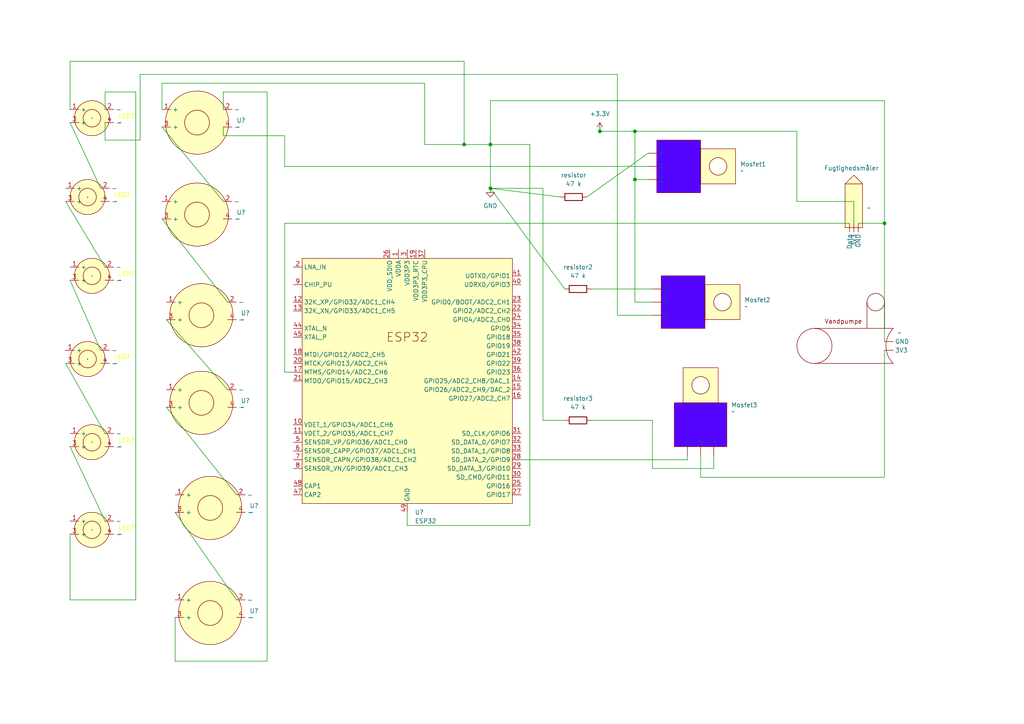
<source format=kicad_sch>
(kicad_sch
	(version 20231120)
	(generator "eeschema")
	(generator_version "8.0")
	(uuid "2b0aa975-61eb-47f5-a3b6-f71b4626bea2")
	(paper "A4")
	(lib_symbols
		(symbol "Device:R"
			(pin_numbers hide)
			(pin_names
				(offset 0)
			)
			(exclude_from_sim no)
			(in_bom yes)
			(on_board yes)
			(property "Reference" "R"
				(at 2.032 0 90)
				(effects
					(font
						(size 1.27 1.27)
					)
				)
			)
			(property "Value" "R"
				(at 0 0 90)
				(effects
					(font
						(size 1.27 1.27)
					)
				)
			)
			(property "Footprint" ""
				(at -1.778 0 90)
				(effects
					(font
						(size 1.27 1.27)
					)
					(hide yes)
				)
			)
			(property "Datasheet" "~"
				(at 0 0 0)
				(effects
					(font
						(size 1.27 1.27)
					)
					(hide yes)
				)
			)
			(property "Description" "Resistor"
				(at 0 0 0)
				(effects
					(font
						(size 1.27 1.27)
					)
					(hide yes)
				)
			)
			(property "ki_keywords" "R res resistor"
				(at 0 0 0)
				(effects
					(font
						(size 1.27 1.27)
					)
					(hide yes)
				)
			)
			(property "ki_fp_filters" "R_*"
				(at 0 0 0)
				(effects
					(font
						(size 1.27 1.27)
					)
					(hide yes)
				)
			)
			(symbol "R_0_1"
				(rectangle
					(start -1.016 -2.54)
					(end 1.016 2.54)
					(stroke
						(width 0.254)
						(type default)
					)
					(fill
						(type none)
					)
				)
			)
			(symbol "R_1_1"
				(pin passive line
					(at 0 3.81 270)
					(length 1.27)
					(name "~"
						(effects
							(font
								(size 1.27 1.27)
							)
						)
					)
					(number "1"
						(effects
							(font
								(size 1.27 1.27)
							)
						)
					)
				)
				(pin passive line
					(at 0 -3.81 90)
					(length 1.27)
					(name "~"
						(effects
							(font
								(size 1.27 1.27)
							)
						)
					)
					(number "2"
						(effects
							(font
								(size 1.27 1.27)
							)
						)
					)
				)
			)
		)
		(symbol "Symbols:ESP32"
			(exclude_from_sim no)
			(in_bom yes)
			(on_board yes)
			(property "Reference" "U"
				(at -30.48 40.64 0)
				(effects
					(font
						(size 1.27 1.27)
					)
					(justify left)
				)
			)
			(property "Value" "ESP32"
				(at -30.48 38.1 0)
				(effects
					(font
						(size 1.27 1.27)
					)
					(justify left)
				)
			)
			(property "Footprint" "Package_DFN_QFN:QFN-48-1EP_6x6mm_P0.4mm_EP4.3x4.3mm"
				(at 0 -48.26 0)
				(effects
					(font
						(size 1.27 1.27)
					)
					(hide yes)
				)
			)
			(property "Datasheet" "https://www.espressif.com/sites/default/files/documentation/esp32_datasheet_en.pdf"
				(at 0 -50.8 0)
				(effects
					(font
						(size 1.27 1.27)
					)
					(hide yes)
				)
			)
			(property "Description" "ESP32 is a single 2.4 GHz Wi-Fi-and-Bluetooth combo chip designed with the TSMC ultra-low-power 40 nmtechnology."
				(at 0 0 0)
				(effects
					(font
						(size 1.27 1.27)
					)
					(hide yes)
				)
			)
			(property "ki_keywords" "esp32 soc wifi bluetooth ethernet"
				(at 0 0 0)
				(effects
					(font
						(size 1.27 1.27)
					)
					(hide yes)
				)
			)
			(symbol "ESP32_0_0"
				(text "ESP32"
					(at 0 12.7 0)
					(effects
						(font
							(size 2.54 2.54)
						)
					)
				)
			)
			(symbol "ESP32_0_1"
				(rectangle
					(start -30.48 35.56)
					(end 30.48 -35.56)
					(stroke
						(width 0)
						(type default)
					)
					(fill
						(type background)
					)
				)
			)
			(symbol "ESP32_1_1"
				(pin power_in line
					(at -2.54 38.1 270)
					(length 2.54)
					(name "VDDA"
						(effects
							(font
								(size 1.27 1.27)
							)
						)
					)
					(number "1"
						(effects
							(font
								(size 1.27 1.27)
							)
						)
					)
				)
				(pin input line
					(at -33.02 -12.7 0)
					(length 2.54)
					(name "VDET_1/GPIO34/ADC1_CH6"
						(effects
							(font
								(size 1.27 1.27)
							)
						)
					)
					(number "10"
						(effects
							(font
								(size 1.27 1.27)
							)
						)
					)
				)
				(pin input line
					(at -33.02 -15.24 0)
					(length 2.54)
					(name "VDET_2/GPIO35/ADC1_CH7"
						(effects
							(font
								(size 1.27 1.27)
							)
						)
					)
					(number "11"
						(effects
							(font
								(size 1.27 1.27)
							)
						)
					)
				)
				(pin bidirectional line
					(at -33.02 22.86 0)
					(length 2.54)
					(name "32K_XP/GPIO32/ADC1_CH4"
						(effects
							(font
								(size 1.27 1.27)
							)
						)
					)
					(number "12"
						(effects
							(font
								(size 1.27 1.27)
							)
						)
					)
				)
				(pin bidirectional line
					(at -33.02 20.32 0)
					(length 2.54)
					(name "32K_XN/GPIO33/ADC1_CH5"
						(effects
							(font
								(size 1.27 1.27)
							)
						)
					)
					(number "13"
						(effects
							(font
								(size 1.27 1.27)
							)
						)
					)
				)
				(pin bidirectional line
					(at 33.02 0 180)
					(length 2.54)
					(name "GPIO25/ADC2_CH8/DAC_1"
						(effects
							(font
								(size 1.27 1.27)
							)
						)
					)
					(number "14"
						(effects
							(font
								(size 1.27 1.27)
							)
						)
					)
				)
				(pin bidirectional line
					(at 33.02 -2.54 180)
					(length 2.54)
					(name "GPIO26/ADC2_CH9/DAC_2"
						(effects
							(font
								(size 1.27 1.27)
							)
						)
					)
					(number "15"
						(effects
							(font
								(size 1.27 1.27)
							)
						)
					)
				)
				(pin bidirectional line
					(at 33.02 -5.08 180)
					(length 2.54)
					(name "GPIO27/ADC2_CH7"
						(effects
							(font
								(size 1.27 1.27)
							)
						)
					)
					(number "16"
						(effects
							(font
								(size 1.27 1.27)
							)
						)
					)
				)
				(pin bidirectional line
					(at -33.02 2.54 0)
					(length 2.54)
					(name "MTMS/GPIO14/ADC2_CH6"
						(effects
							(font
								(size 1.27 1.27)
							)
						)
					)
					(number "17"
						(effects
							(font
								(size 1.27 1.27)
							)
						)
					)
				)
				(pin bidirectional line
					(at -33.02 7.62 0)
					(length 2.54)
					(name "MTDI/GPIO12/ADC2_CH5"
						(effects
							(font
								(size 1.27 1.27)
							)
						)
					)
					(number "18"
						(effects
							(font
								(size 1.27 1.27)
							)
						)
					)
				)
				(pin power_in line
					(at 2.54 38.1 270)
					(length 2.54)
					(name "VDD3P3_RTC"
						(effects
							(font
								(size 1.27 1.27)
							)
						)
					)
					(number "19"
						(effects
							(font
								(size 1.27 1.27)
							)
						)
					)
				)
				(pin bidirectional line
					(at -33.02 33.02 0)
					(length 2.54)
					(name "LNA_IN"
						(effects
							(font
								(size 1.27 1.27)
							)
						)
					)
					(number "2"
						(effects
							(font
								(size 1.27 1.27)
							)
						)
					)
				)
				(pin bidirectional line
					(at -33.02 5.08 0)
					(length 2.54)
					(name "MTCK/GPIO13/ADC2_CH4"
						(effects
							(font
								(size 1.27 1.27)
							)
						)
					)
					(number "20"
						(effects
							(font
								(size 1.27 1.27)
							)
						)
					)
				)
				(pin bidirectional line
					(at -33.02 0 0)
					(length 2.54)
					(name "MTDO/GPIO15/ADC2_CH3"
						(effects
							(font
								(size 1.27 1.27)
							)
						)
					)
					(number "21"
						(effects
							(font
								(size 1.27 1.27)
							)
						)
					)
				)
				(pin bidirectional line
					(at 33.02 20.32 180)
					(length 2.54)
					(name "GPIO2/ADC2_CH2"
						(effects
							(font
								(size 1.27 1.27)
							)
						)
					)
					(number "22"
						(effects
							(font
								(size 1.27 1.27)
							)
						)
					)
				)
				(pin bidirectional line
					(at 33.02 22.86 180)
					(length 2.54)
					(name "GPIO0/BOOT/ADC2_CH1"
						(effects
							(font
								(size 1.27 1.27)
							)
						)
					)
					(number "23"
						(effects
							(font
								(size 1.27 1.27)
							)
						)
					)
				)
				(pin bidirectional line
					(at 33.02 17.78 180)
					(length 2.54)
					(name "GPIO4/ADC2_CH0"
						(effects
							(font
								(size 1.27 1.27)
							)
						)
					)
					(number "24"
						(effects
							(font
								(size 1.27 1.27)
							)
						)
					)
				)
				(pin bidirectional line
					(at 33.02 -30.48 180)
					(length 2.54)
					(name "GPIO16"
						(effects
							(font
								(size 1.27 1.27)
							)
						)
					)
					(number "25"
						(effects
							(font
								(size 1.27 1.27)
							)
						)
					)
				)
				(pin power_out line
					(at -5.08 38.1 270)
					(length 2.54)
					(name "VDD_SDIO"
						(effects
							(font
								(size 1.27 1.27)
							)
						)
					)
					(number "26"
						(effects
							(font
								(size 1.27 1.27)
							)
						)
					)
				)
				(pin bidirectional line
					(at 33.02 -33.02 180)
					(length 2.54)
					(name "GPIO17"
						(effects
							(font
								(size 1.27 1.27)
							)
						)
					)
					(number "27"
						(effects
							(font
								(size 1.27 1.27)
							)
						)
					)
				)
				(pin bidirectional line
					(at 33.02 -22.86 180)
					(length 2.54)
					(name "SD_DATA_2/GPIO9"
						(effects
							(font
								(size 1.27 1.27)
							)
						)
					)
					(number "28"
						(effects
							(font
								(size 1.27 1.27)
							)
						)
					)
				)
				(pin bidirectional line
					(at 33.02 -25.4 180)
					(length 2.54)
					(name "SD_DATA_3/GPIO10"
						(effects
							(font
								(size 1.27 1.27)
							)
						)
					)
					(number "29"
						(effects
							(font
								(size 1.27 1.27)
							)
						)
					)
				)
				(pin power_in line
					(at 0 38.1 270)
					(length 2.54)
					(name "VDD3P3"
						(effects
							(font
								(size 1.27 1.27)
							)
						)
					)
					(number "3"
						(effects
							(font
								(size 1.27 1.27)
							)
						)
					)
				)
				(pin bidirectional line
					(at 33.02 -27.94 180)
					(length 2.54)
					(name "SD_CMD/GPIO11"
						(effects
							(font
								(size 1.27 1.27)
							)
						)
					)
					(number "30"
						(effects
							(font
								(size 1.27 1.27)
							)
						)
					)
				)
				(pin bidirectional line
					(at 33.02 -15.24 180)
					(length 2.54)
					(name "SD_CLK/GPIO6"
						(effects
							(font
								(size 1.27 1.27)
							)
						)
					)
					(number "31"
						(effects
							(font
								(size 1.27 1.27)
							)
						)
					)
				)
				(pin bidirectional line
					(at 33.02 -17.78 180)
					(length 2.54)
					(name "SD_DATA_0/GPIO7"
						(effects
							(font
								(size 1.27 1.27)
							)
						)
					)
					(number "32"
						(effects
							(font
								(size 1.27 1.27)
							)
						)
					)
				)
				(pin bidirectional line
					(at 33.02 -20.32 180)
					(length 2.54)
					(name "SD_DATA_1/GPIO8"
						(effects
							(font
								(size 1.27 1.27)
							)
						)
					)
					(number "33"
						(effects
							(font
								(size 1.27 1.27)
							)
						)
					)
				)
				(pin bidirectional line
					(at 33.02 15.24 180)
					(length 2.54)
					(name "GPIO5"
						(effects
							(font
								(size 1.27 1.27)
							)
						)
					)
					(number "34"
						(effects
							(font
								(size 1.27 1.27)
							)
						)
					)
				)
				(pin bidirectional line
					(at 33.02 12.7 180)
					(length 2.54)
					(name "GPIO18"
						(effects
							(font
								(size 1.27 1.27)
							)
						)
					)
					(number "35"
						(effects
							(font
								(size 1.27 1.27)
							)
						)
					)
				)
				(pin bidirectional line
					(at 33.02 2.54 180)
					(length 2.54)
					(name "GPIO23"
						(effects
							(font
								(size 1.27 1.27)
							)
						)
					)
					(number "36"
						(effects
							(font
								(size 1.27 1.27)
							)
						)
					)
				)
				(pin power_in line
					(at 5.08 38.1 270)
					(length 2.54)
					(name "VDD3P3_CPU"
						(effects
							(font
								(size 1.27 1.27)
							)
						)
					)
					(number "37"
						(effects
							(font
								(size 1.27 1.27)
							)
						)
					)
				)
				(pin bidirectional line
					(at 33.02 10.16 180)
					(length 2.54)
					(name "GPIO19"
						(effects
							(font
								(size 1.27 1.27)
							)
						)
					)
					(number "38"
						(effects
							(font
								(size 1.27 1.27)
							)
						)
					)
				)
				(pin bidirectional line
					(at 33.02 5.08 180)
					(length 2.54)
					(name "GPIO22"
						(effects
							(font
								(size 1.27 1.27)
							)
						)
					)
					(number "39"
						(effects
							(font
								(size 1.27 1.27)
							)
						)
					)
				)
				(pin passive line
					(at 0 38.1 270)
					(length 2.54) hide
					(name "VDD3P3"
						(effects
							(font
								(size 1.27 1.27)
							)
						)
					)
					(number "4"
						(effects
							(font
								(size 1.27 1.27)
							)
						)
					)
				)
				(pin bidirectional line
					(at 33.02 27.94 180)
					(length 2.54)
					(name "U0RXD/GPIO3"
						(effects
							(font
								(size 1.27 1.27)
							)
						)
					)
					(number "40"
						(effects
							(font
								(size 1.27 1.27)
							)
						)
					)
				)
				(pin bidirectional line
					(at 33.02 30.48 180)
					(length 2.54)
					(name "U0TXD/GPIO1"
						(effects
							(font
								(size 1.27 1.27)
							)
						)
					)
					(number "41"
						(effects
							(font
								(size 1.27 1.27)
							)
						)
					)
				)
				(pin bidirectional line
					(at 33.02 7.62 180)
					(length 2.54)
					(name "GPIO21"
						(effects
							(font
								(size 1.27 1.27)
							)
						)
					)
					(number "42"
						(effects
							(font
								(size 1.27 1.27)
							)
						)
					)
				)
				(pin passive line
					(at -2.54 38.1 270)
					(length 2.54) hide
					(name "VDDA"
						(effects
							(font
								(size 1.27 1.27)
							)
						)
					)
					(number "43"
						(effects
							(font
								(size 1.27 1.27)
							)
						)
					)
				)
				(pin output line
					(at -33.02 15.24 0)
					(length 2.54)
					(name "XTAL_N"
						(effects
							(font
								(size 1.27 1.27)
							)
						)
					)
					(number "44"
						(effects
							(font
								(size 1.27 1.27)
							)
						)
					)
				)
				(pin input line
					(at -33.02 12.7 0)
					(length 2.54)
					(name "XTAL_P"
						(effects
							(font
								(size 1.27 1.27)
							)
						)
					)
					(number "45"
						(effects
							(font
								(size 1.27 1.27)
							)
						)
					)
				)
				(pin passive line
					(at -2.54 38.1 270)
					(length 2.54) hide
					(name "VDDA"
						(effects
							(font
								(size 1.27 1.27)
							)
						)
					)
					(number "46"
						(effects
							(font
								(size 1.27 1.27)
							)
						)
					)
				)
				(pin input line
					(at -33.02 -33.02 0)
					(length 2.54)
					(name "CAP2"
						(effects
							(font
								(size 1.27 1.27)
							)
						)
					)
					(number "47"
						(effects
							(font
								(size 1.27 1.27)
							)
						)
					)
				)
				(pin input line
					(at -33.02 -30.48 0)
					(length 2.54)
					(name "CAP1"
						(effects
							(font
								(size 1.27 1.27)
							)
						)
					)
					(number "48"
						(effects
							(font
								(size 1.27 1.27)
							)
						)
					)
				)
				(pin power_in line
					(at 0 -38.1 90)
					(length 2.54)
					(name "GND"
						(effects
							(font
								(size 1.27 1.27)
							)
						)
					)
					(number "49"
						(effects
							(font
								(size 1.27 1.27)
							)
						)
					)
				)
				(pin input line
					(at -33.02 -17.78 0)
					(length 2.54)
					(name "SENSOR_VP/GPIO36/ADC1_CH0"
						(effects
							(font
								(size 1.27 1.27)
							)
						)
					)
					(number "5"
						(effects
							(font
								(size 1.27 1.27)
							)
						)
					)
				)
				(pin input line
					(at -33.02 -20.32 0)
					(length 2.54)
					(name "SENSOR_CAPP/GPIO37/ADC1_CH1"
						(effects
							(font
								(size 1.27 1.27)
							)
						)
					)
					(number "6"
						(effects
							(font
								(size 1.27 1.27)
							)
						)
					)
				)
				(pin input line
					(at -33.02 -22.86 0)
					(length 2.54)
					(name "SENSOR_CAPN/GPIO38/ADC1_CH2"
						(effects
							(font
								(size 1.27 1.27)
							)
						)
					)
					(number "7"
						(effects
							(font
								(size 1.27 1.27)
							)
						)
					)
				)
				(pin input line
					(at -33.02 -25.4 0)
					(length 2.54)
					(name "SENSOR_VN/GPIO39/ADC1_CH3"
						(effects
							(font
								(size 1.27 1.27)
							)
						)
					)
					(number "8"
						(effects
							(font
								(size 1.27 1.27)
							)
						)
					)
				)
				(pin input line
					(at -33.02 27.94 0)
					(length 2.54)
					(name "CHIP_PU"
						(effects
							(font
								(size 1.27 1.27)
							)
						)
					)
					(number "9"
						(effects
							(font
								(size 1.27 1.27)
							)
						)
					)
				)
			)
		)
		(symbol "Væksthus-symbols:Blue_LED"
			(exclude_from_sim no)
			(in_bom yes)
			(on_board yes)
			(property "Reference" "U"
				(at 0 0 0)
				(effects
					(font
						(size 1.27 1.27)
					)
				)
			)
			(property "Value" ""
				(at 0 0 0)
				(effects
					(font
						(size 1.27 1.27)
					)
				)
			)
			(property "Footprint" ""
				(at 0 0 0)
				(effects
					(font
						(size 1.27 1.27)
					)
					(hide yes)
				)
			)
			(property "Datasheet" ""
				(at 0 0 0)
				(effects
					(font
						(size 1.27 1.27)
					)
					(hide yes)
				)
			)
			(property "Description" ""
				(at 0 0 0)
				(effects
					(font
						(size 1.27 1.27)
					)
					(hide yes)
				)
			)
			(symbol "Blue_LED_1_1"
				(circle
					(center 0 -2.54)
					(radius 3.5921)
					(stroke
						(width 0)
						(type default)
					)
					(fill
						(type color)
						(color 10 12 255 1)
					)
				)
				(circle
					(center 0 -2.54)
					(radius 9.1581)
					(stroke
						(width 0)
						(type default)
					)
					(fill
						(type background)
					)
				)
				(pin output line
					(at -10.16 1.27 0)
					(length 2.54)
					(name "+"
						(effects
							(font
								(size 1.27 1.27)
							)
						)
					)
					(number "1"
						(effects
							(font
								(size 1.27 1.27)
							)
						)
					)
				)
				(pin input line
					(at 7.62 1.27 0)
					(length 2.54)
					(name "-"
						(effects
							(font
								(size 1.27 1.27)
							)
						)
					)
					(number "2"
						(effects
							(font
								(size 1.27 1.27)
							)
						)
					)
				)
				(pin output line
					(at -10.16 -3.81 0)
					(length 2.54)
					(name "+"
						(effects
							(font
								(size 1.27 1.27)
							)
						)
					)
					(number "3"
						(effects
							(font
								(size 1.27 1.27)
							)
						)
					)
				)
				(pin input line
					(at 7.62 -3.81 0)
					(length 2.54)
					(name "-"
						(effects
							(font
								(size 1.27 1.27)
							)
						)
					)
					(number "4"
						(effects
							(font
								(size 1.27 1.27)
							)
						)
					)
				)
			)
		)
		(symbol "Væksthus-symbols:Mosfet"
			(exclude_from_sim no)
			(in_bom yes)
			(on_board yes)
			(property "Reference" "U"
				(at -10.668 11.684 0)
				(effects
					(font
						(size 1.27 1.27)
					)
				)
			)
			(property "Value" ""
				(at 0 0 0)
				(effects
					(font
						(size 1.27 1.27)
					)
				)
			)
			(property "Footprint" ""
				(at 0 0 0)
				(effects
					(font
						(size 1.27 1.27)
					)
					(hide yes)
				)
			)
			(property "Datasheet" ""
				(at 0 0 0)
				(effects
					(font
						(size 1.27 1.27)
					)
					(hide yes)
				)
			)
			(property "Description" ""
				(at 0 0 0)
				(effects
					(font
						(size 1.27 1.27)
					)
					(hide yes)
				)
			)
			(symbol "Mosfet_1_1"
				(rectangle
					(start -17.78 10.16)
					(end -5.08 -5.08)
					(stroke
						(width 0)
						(type default)
					)
					(fill
						(type color)
						(color 85 4 255 1)
					)
				)
				(rectangle
					(start -5.08 7.62)
					(end 5.08 -2.54)
					(stroke
						(width 0)
						(type default)
					)
					(fill
						(type background)
					)
				)
				(circle
					(center 0 2.54)
					(radius 2.54)
					(stroke
						(width 0)
						(type default)
					)
					(fill
						(type color)
						(color 255 255 248 1)
					)
				)
				(pin input line
					(at -20.32 6.35 0)
					(length 2.54)
					(name "1"
						(effects
							(font
								(size 1.27 1.27)
							)
						)
					)
					(number ""
						(effects
							(font
								(size 1.27 1.27)
							)
						)
					)
				)
				(pin input line
					(at -20.32 2.54 0)
					(length 2.54)
					(name "2"
						(effects
							(font
								(size 1.27 1.27)
							)
						)
					)
					(number ""
						(effects
							(font
								(size 1.27 1.27)
							)
						)
					)
				)
				(pin input line
					(at -20.32 -1.27 0)
					(length 2.54)
					(name "3"
						(effects
							(font
								(size 1.27 1.27)
							)
						)
					)
					(number ""
						(effects
							(font
								(size 1.27 1.27)
							)
						)
					)
				)
			)
		)
		(symbol "Væksthus-symbols:Red_LED"
			(exclude_from_sim no)
			(in_bom yes)
			(on_board yes)
			(property "Reference" "LED"
				(at 0 0 0)
				(effects
					(font
						(size 1.27 1.27)
						(color 245 255 10 1)
					)
				)
			)
			(property "Value" ""
				(at 0 0 0)
				(effects
					(font
						(size 1.27 1.27)
					)
				)
			)
			(property "Footprint" ""
				(at 0 0 0)
				(effects
					(font
						(size 1.27 1.27)
					)
					(hide yes)
				)
			)
			(property "Datasheet" ""
				(at 0 0 0)
				(effects
					(font
						(size 1.27 1.27)
					)
					(hide yes)
				)
			)
			(property "Description" ""
				(at 0 0 0)
				(effects
					(font
						(size 1.27 1.27)
					)
					(hide yes)
				)
			)
			(symbol "Red_LED_1_1"
				(circle
					(center 0 0)
					(radius 0.0001)
					(stroke
						(width 0)
						(type default)
					)
					(fill
						(type none)
					)
				)
				(circle
					(center 0 0)
					(radius 2.54)
					(stroke
						(width 0)
						(type default)
					)
					(fill
						(type color)
						(color 255 25 18 1)
					)
				)
				(circle
					(center 0 0)
					(radius 5.08)
					(stroke
						(width 0)
						(type default)
					)
					(fill
						(type background)
					)
				)
				(pin output line
					(at -6.35 2.54 0)
					(length 2.54)
					(name "+"
						(effects
							(font
								(size 1.27 1.27)
							)
						)
					)
					(number "1"
						(effects
							(font
								(size 1.27 1.27)
							)
						)
					)
				)
				(pin input line
					(at 3.81 2.54 0)
					(length 2.54)
					(name "-"
						(effects
							(font
								(size 1.27 1.27)
							)
						)
					)
					(number "2"
						(effects
							(font
								(size 1.27 1.27)
							)
						)
					)
				)
				(pin output line
					(at -6.35 -1.27 0)
					(length 2.54)
					(name "+"
						(effects
							(font
								(size 1.27 1.27)
							)
						)
					)
					(number "3"
						(effects
							(font
								(size 1.27 1.27)
							)
						)
					)
				)
				(pin input line
					(at 3.81 -1.27 0)
					(length 2.54)
					(name "-"
						(effects
							(font
								(size 1.27 1.27)
							)
						)
					)
					(number "4"
						(effects
							(font
								(size 1.27 1.27)
							)
						)
					)
				)
			)
		)
		(symbol "Væksthus-symbols:Vandpumpe"
			(exclude_from_sim no)
			(in_bom yes)
			(on_board yes)
			(property "Reference" "U?"
				(at -39.37 -6.9849 0)
				(effects
					(font
						(size 1.27 1.27)
					)
					(justify left)
				)
			)
			(property "Value" "~"
				(at -39.37 -8.89 0)
				(effects
					(font
						(size 1.27 1.27)
					)
					(justify left)
				)
			)
			(property "Footprint" ""
				(at 0 0 0)
				(effects
					(font
						(size 1.27 1.27)
					)
					(hide yes)
				)
			)
			(property "Datasheet" ""
				(at 0 0 0)
				(effects
					(font
						(size 1.27 1.27)
					)
					(hide yes)
				)
			)
			(property "Description" ""
				(at 0 0 0)
				(effects
					(font
						(size 1.27 1.27)
					)
					(hide yes)
				)
			)
			(symbol "Vandpumpe_0_1"
				(circle
					(center -63.5 -12.7)
					(radius 5.08)
					(stroke
						(width 0)
						(type default)
					)
					(fill
						(type none)
					)
				)
				(circle
					(center -45.72 0)
					(radius 2.54)
					(stroke
						(width 0)
						(type default)
					)
					(fill
						(type none)
					)
				)
				(arc
					(start -40.64 -7.62)
					(mid -42.7442 -12.7)
					(end -40.64 -17.78)
					(stroke
						(width 0)
						(type default)
					)
					(fill
						(type none)
					)
				)
				(polyline
					(pts
						(xy -63.5 -17.78) (xy -40.64 -17.78)
					)
					(stroke
						(width 0)
						(type default)
					)
					(fill
						(type none)
					)
				)
				(polyline
					(pts
						(xy -63.5 -7.62) (xy -40.64 -7.62)
					)
					(stroke
						(width 0)
						(type default)
					)
					(fill
						(type none)
					)
				)
				(polyline
					(pts
						(xy -48.26 0) (xy -48.26 -7.62)
					)
					(stroke
						(width 0)
						(type default)
					)
					(fill
						(type none)
					)
				)
				(polyline
					(pts
						(xy -43.18 0) (xy -43.18 -7.62)
					)
					(stroke
						(width 0)
						(type default)
					)
					(fill
						(type none)
					)
				)
			)
			(symbol "Vandpumpe_1_1"
				(text "Vandpumpe"
					(at -55.118 -5.588 0)
					(effects
						(font
							(size 1.27 1.27)
						)
					)
				)
				(pin output line
					(at -43.18 -13.97 0)
					(length 2.54)
					(name "3V3"
						(effects
							(font
								(size 1.27 1.27)
							)
						)
					)
					(number ""
						(effects
							(font
								(size 1.27 1.27)
							)
						)
					)
				)
				(pin input line
					(at -43.18 -11.43 0)
					(length 2.54)
					(name "GND"
						(effects
							(font
								(size 1.27 1.27)
							)
						)
					)
					(number ""
						(effects
							(font
								(size 1.27 1.27)
							)
						)
					)
				)
			)
		)
		(symbol "Væksthus-symbols:fugtighed"
			(exclude_from_sim no)
			(in_bom yes)
			(on_board yes)
			(property "Reference" "Fugtighedsmåler"
				(at 3.81 3.81 0)
				(effects
					(font
						(size 1.27 1.27)
					)
				)
			)
			(property "Value" ""
				(at 0 0 0)
				(effects
					(font
						(size 1.27 1.27)
					)
				)
			)
			(property "Footprint" ""
				(at 0 0 0)
				(effects
					(font
						(size 1.27 1.27)
					)
					(hide yes)
				)
			)
			(property "Datasheet" ""
				(at 0 0 0)
				(effects
					(font
						(size 1.27 1.27)
					)
					(hide yes)
				)
			)
			(property "Description" ""
				(at 0 0 0)
				(effects
					(font
						(size 1.27 1.27)
					)
					(hide yes)
				)
			)
			(symbol "fugtighed_1_1"
				(rectangle
					(start -2.54 2.54)
					(end 10.16 -2.54)
					(stroke
						(width 0)
						(type default)
					)
					(fill
						(type background)
					)
				)
				(polyline
					(pts
						(xy -2.54 2.54) (xy -5.08 0) (xy -2.54 -2.54)
					)
					(stroke
						(width 0)
						(type default)
					)
					(fill
						(type background)
					)
				)
				(pin input line
					(at 8.89 0 0)
					(length 2.54)
					(name "3V3"
						(effects
							(font
								(size 1.27 1.27)
							)
						)
					)
					(number ""
						(effects
							(font
								(size 1.27 1.27)
							)
						)
					)
				)
				(pin output line
					(at 8.89 -1.27 0)
					(length 2.54)
					(name "Data"
						(effects
							(font
								(size 1.27 1.27)
							)
						)
					)
					(number ""
						(effects
							(font
								(size 1.27 1.27)
							)
						)
					)
				)
				(pin input line
					(at 8.89 1.27 0)
					(length 2.54)
					(name "GND"
						(effects
							(font
								(size 1.27 1.27)
							)
						)
					)
					(number ""
						(effects
							(font
								(size 1.27 1.27)
							)
						)
					)
				)
			)
		)
		(symbol "power:+3.3V"
			(power)
			(pin_numbers hide)
			(pin_names
				(offset 0) hide)
			(exclude_from_sim no)
			(in_bom yes)
			(on_board yes)
			(property "Reference" "#PWR"
				(at 0 -3.81 0)
				(effects
					(font
						(size 1.27 1.27)
					)
					(hide yes)
				)
			)
			(property "Value" "+3.3V"
				(at 0 3.556 0)
				(effects
					(font
						(size 1.27 1.27)
					)
				)
			)
			(property "Footprint" ""
				(at 0 0 0)
				(effects
					(font
						(size 1.27 1.27)
					)
					(hide yes)
				)
			)
			(property "Datasheet" ""
				(at 0 0 0)
				(effects
					(font
						(size 1.27 1.27)
					)
					(hide yes)
				)
			)
			(property "Description" "Power symbol creates a global label with name \"+3.3V\""
				(at 0 0 0)
				(effects
					(font
						(size 1.27 1.27)
					)
					(hide yes)
				)
			)
			(property "ki_keywords" "global power"
				(at 0 0 0)
				(effects
					(font
						(size 1.27 1.27)
					)
					(hide yes)
				)
			)
			(symbol "+3.3V_0_1"
				(polyline
					(pts
						(xy -0.762 1.27) (xy 0 2.54)
					)
					(stroke
						(width 0)
						(type default)
					)
					(fill
						(type none)
					)
				)
				(polyline
					(pts
						(xy 0 0) (xy 0 2.54)
					)
					(stroke
						(width 0)
						(type default)
					)
					(fill
						(type none)
					)
				)
				(polyline
					(pts
						(xy 0 2.54) (xy 0.762 1.27)
					)
					(stroke
						(width 0)
						(type default)
					)
					(fill
						(type none)
					)
				)
			)
			(symbol "+3.3V_1_1"
				(pin power_in line
					(at 0 0 90)
					(length 0)
					(name "~"
						(effects
							(font
								(size 1.27 1.27)
							)
						)
					)
					(number "1"
						(effects
							(font
								(size 1.27 1.27)
							)
						)
					)
				)
			)
		)
		(symbol "power:GND"
			(power)
			(pin_numbers hide)
			(pin_names
				(offset 0) hide)
			(exclude_from_sim no)
			(in_bom yes)
			(on_board yes)
			(property "Reference" "#PWR"
				(at 0 -6.35 0)
				(effects
					(font
						(size 1.27 1.27)
					)
					(hide yes)
				)
			)
			(property "Value" "GND"
				(at 0 -3.81 0)
				(effects
					(font
						(size 1.27 1.27)
					)
				)
			)
			(property "Footprint" ""
				(at 0 0 0)
				(effects
					(font
						(size 1.27 1.27)
					)
					(hide yes)
				)
			)
			(property "Datasheet" ""
				(at 0 0 0)
				(effects
					(font
						(size 1.27 1.27)
					)
					(hide yes)
				)
			)
			(property "Description" "Power symbol creates a global label with name \"GND\" , ground"
				(at 0 0 0)
				(effects
					(font
						(size 1.27 1.27)
					)
					(hide yes)
				)
			)
			(property "ki_keywords" "global power"
				(at 0 0 0)
				(effects
					(font
						(size 1.27 1.27)
					)
					(hide yes)
				)
			)
			(symbol "GND_0_1"
				(polyline
					(pts
						(xy 0 0) (xy 0 -1.27) (xy 1.27 -1.27) (xy 0 -2.54) (xy -1.27 -1.27) (xy 0 -1.27)
					)
					(stroke
						(width 0)
						(type default)
					)
					(fill
						(type none)
					)
				)
			)
			(symbol "GND_1_1"
				(pin power_in line
					(at 0 0 270)
					(length 0)
					(name "~"
						(effects
							(font
								(size 1.27 1.27)
							)
						)
					)
					(number "1"
						(effects
							(font
								(size 1.27 1.27)
							)
						)
					)
				)
			)
		)
	)
	(junction
		(at 184.15 52.07)
		(diameter 0)
		(color 0 0 0 0)
		(uuid "00cfa685-c4e7-4e74-ab04-ab57a73a4159")
	)
	(junction
		(at 142.24 41.91)
		(diameter 0)
		(color 0 0 0 0)
		(uuid "80fec993-d36b-4f7c-9c8f-55eebc361e92")
	)
	(junction
		(at 134.62 41.91)
		(diameter 0)
		(color 0 0 0 0)
		(uuid "85f21ab5-91e1-48e0-b36a-eca0882fe4e4")
	)
	(junction
		(at 256.54 64.77)
		(diameter 0)
		(color 0 0 0 0)
		(uuid "8607ba56-af8e-4396-9d6f-d8e06a921538")
	)
	(junction
		(at 184.15 38.1)
		(diameter 0)
		(color 0 0 0 0)
		(uuid "d527aa25-e192-4c47-a5a3-37d34bd73291")
	)
	(junction
		(at 173.99 38.1)
		(diameter 0)
		(color 0 0 0 0)
		(uuid "ead3f091-43d8-45ad-8fc6-1efa984c4765")
	)
	(junction
		(at 142.24 54.61)
		(diameter 0)
		(color 0 0 0 0)
		(uuid "eb15e7ec-25ec-4db9-b1d5-65fdeefd4618")
	)
	(wire
		(pts
			(xy 30.48 40.64) (xy 30.48 35.56)
		)
		(stroke
			(width 0)
			(type default)
		)
		(uuid "036ff614-83c9-41b6-8196-a20c0d945dc6")
	)
	(wire
		(pts
			(xy 50.8 148.59) (xy 68.58 173.99)
		)
		(stroke
			(width 0)
			(type default)
		)
		(uuid "057cb2a3-d54c-4437-a452-1bdf36b357d4")
	)
	(wire
		(pts
			(xy 20.32 17.78) (xy 134.62 17.78)
		)
		(stroke
			(width 0)
			(type default)
		)
		(uuid "1187ebfc-a38f-41b6-a5c5-c76ae6395db2")
	)
	(wire
		(pts
			(xy 153.67 41.91) (xy 153.67 152.4)
		)
		(stroke
			(width 0)
			(type default)
		)
		(uuid "16e2ffce-178e-4112-97e8-82b295df8659")
	)
	(wire
		(pts
			(xy 118.11 152.4) (xy 153.67 152.4)
		)
		(stroke
			(width 0)
			(type default)
		)
		(uuid "1cc8b1c5-afa2-450f-9c79-5562bf3b1b28")
	)
	(wire
		(pts
			(xy 256.54 29.21) (xy 256.54 64.77)
		)
		(stroke
			(width 0)
			(type default)
		)
		(uuid "20177da1-ee36-4e68-b4b9-de03dc612908")
	)
	(wire
		(pts
			(xy 46.99 63.5) (xy 66.04 87.63)
		)
		(stroke
			(width 0)
			(type default)
		)
		(uuid "21570d27-73fe-424e-9d86-a0218bc5199a")
	)
	(wire
		(pts
			(xy 199.39 133.35) (xy 151.13 133.35)
		)
		(stroke
			(width 0)
			(type default)
		)
		(uuid "301a6bf9-7510-4d12-a9dc-7dc32cc9461b")
	)
	(wire
		(pts
			(xy 199.39 132.08) (xy 199.39 133.35)
		)
		(stroke
			(width 0)
			(type default)
		)
		(uuid "326c9c3a-1ebd-4c4c-8688-ee2fe97dfe6f")
	)
	(wire
		(pts
			(xy 142.24 41.91) (xy 142.24 54.61)
		)
		(stroke
			(width 0)
			(type default)
		)
		(uuid "36917270-df1e-4209-80ae-df8e380ba47e")
	)
	(wire
		(pts
			(xy 20.32 154.94) (xy 20.32 173.99)
		)
		(stroke
			(width 0)
			(type default)
		)
		(uuid "3715966d-8707-415c-a1f2-33440e5a2fd7")
	)
	(wire
		(pts
			(xy 142.24 29.21) (xy 142.24 41.91)
		)
		(stroke
			(width 0)
			(type default)
		)
		(uuid "39d80200-162b-4848-8cb1-aaa3492a38fb")
	)
	(wire
		(pts
			(xy 46.99 24.13) (xy 123.19 24.13)
		)
		(stroke
			(width 0)
			(type default)
		)
		(uuid "3b5ed76a-345b-41b6-882a-cd32c92cfb08")
	)
	(wire
		(pts
			(xy 179.07 21.59) (xy 40.64 21.59)
		)
		(stroke
			(width 0)
			(type default)
		)
		(uuid "3db3ecfc-cc94-4451-ae23-6ef31955da82")
	)
	(wire
		(pts
			(xy 256.54 29.21) (xy 142.24 29.21)
		)
		(stroke
			(width 0)
			(type default)
		)
		(uuid "44eedb3d-9181-4fa4-829d-c2aa8b9424ad")
	)
	(wire
		(pts
			(xy 171.45 121.92) (xy 189.23 121.92)
		)
		(stroke
			(width 0)
			(type default)
		)
		(uuid "4797db1a-e038-41f8-89a0-a17f417a287c")
	)
	(wire
		(pts
			(xy 187.96 44.45) (xy 170.18 57.15)
		)
		(stroke
			(width 0)
			(type default)
		)
		(uuid "4f57c9c2-ca26-4955-a85f-64d854d1a435")
	)
	(wire
		(pts
			(xy 82.55 64.77) (xy 82.55 107.95)
		)
		(stroke
			(width 0)
			(type default)
		)
		(uuid "50a67e4b-98cf-480f-9683-cc491d4ac22c")
	)
	(wire
		(pts
			(xy 203.2 138.43) (xy 203.2 132.08)
		)
		(stroke
			(width 0)
			(type default)
		)
		(uuid "5469bb16-e6a9-4599-9cbc-f767d62235d0")
	)
	(wire
		(pts
			(xy 82.55 107.95) (xy 85.09 107.95)
		)
		(stroke
			(width 0)
			(type default)
		)
		(uuid "57a59a0a-e623-4abf-b8e4-b7c5a73e1528")
	)
	(wire
		(pts
			(xy 247.65 58.42) (xy 231.14 58.42)
		)
		(stroke
			(width 0)
			(type default)
		)
		(uuid "58ef777a-4d43-4ca1-8291-a4e556a7e37e")
	)
	(wire
		(pts
			(xy 247.65 64.77) (xy 247.65 58.42)
		)
		(stroke
			(width 0)
			(type default)
		)
		(uuid "5931964e-08c0-4a83-bdf8-a6af4d711d28")
	)
	(wire
		(pts
			(xy 189.23 83.82) (xy 171.45 83.82)
		)
		(stroke
			(width 0)
			(type default)
		)
		(uuid "5af05935-91f2-4234-87f4-7408f65f2cc1")
	)
	(wire
		(pts
			(xy 189.23 87.63) (xy 184.15 87.63)
		)
		(stroke
			(width 0)
			(type default)
		)
		(uuid "5c28c52f-34c2-4ddb-b8b5-19a5fe9dcc17")
	)
	(wire
		(pts
			(xy 187.96 52.07) (xy 184.15 52.07)
		)
		(stroke
			(width 0)
			(type default)
		)
		(uuid "61566399-b18d-4dcc-bace-cc8d757e08f5")
	)
	(wire
		(pts
			(xy 256.54 64.77) (xy 248.92 64.77)
		)
		(stroke
			(width 0)
			(type default)
		)
		(uuid "61e76478-89ad-438f-a903-652a6faadac1")
	)
	(wire
		(pts
			(xy 40.64 40.64) (xy 30.48 40.64)
		)
		(stroke
			(width 0)
			(type default)
		)
		(uuid "623f2e17-1ea0-40a5-89ff-1b8839980a9b")
	)
	(wire
		(pts
			(xy 50.8 179.07) (xy 50.8 191.77)
		)
		(stroke
			(width 0)
			(type default)
		)
		(uuid "6317a83f-2e3d-4f3a-9da5-67fb8cbffb0b")
	)
	(wire
		(pts
			(xy 162.56 57.15) (xy 142.24 54.61)
		)
		(stroke
			(width 0)
			(type default)
		)
		(uuid "638b2746-1983-460b-b000-0f0246c99de7")
	)
	(wire
		(pts
			(xy 256.54 101.6) (xy 256.54 138.43)
		)
		(stroke
			(width 0)
			(type default)
		)
		(uuid "682d25d2-2271-464f-8062-b51ba97c620b")
	)
	(wire
		(pts
			(xy 184.15 38.1) (xy 231.14 38.1)
		)
		(stroke
			(width 0)
			(type default)
		)
		(uuid "6b6bada2-85f6-4339-8434-d7c18416d2af")
	)
	(wire
		(pts
			(xy 184.15 52.07) (xy 184.15 87.63)
		)
		(stroke
			(width 0)
			(type default)
		)
		(uuid "754b8dd7-994e-4ee8-ad79-679d97cffcf5")
	)
	(wire
		(pts
			(xy 19.05 58.42) (xy 30.48 77.47)
		)
		(stroke
			(width 0)
			(type default)
		)
		(uuid "77cf7e7c-35f7-4953-a094-e1d02d23a2e0")
	)
	(wire
		(pts
			(xy 40.64 21.59) (xy 40.64 40.64)
		)
		(stroke
			(width 0)
			(type default)
		)
		(uuid "7bff5706-5528-477c-8dc2-62c4ae71f832")
	)
	(wire
		(pts
			(xy 77.47 191.77) (xy 77.47 26.67)
		)
		(stroke
			(width 0)
			(type default)
		)
		(uuid "7f7fb95c-c2aa-4b96-a18e-690a3e22588c")
	)
	(wire
		(pts
			(xy 256.54 138.43) (xy 203.2 138.43)
		)
		(stroke
			(width 0)
			(type default)
		)
		(uuid "802aaeb7-638a-4a25-a716-ea8896a471fa")
	)
	(wire
		(pts
			(xy 19.05 105.41) (xy 30.48 125.73)
		)
		(stroke
			(width 0)
			(type default)
		)
		(uuid "87e65273-4e80-42bc-99a4-08133801338e")
	)
	(wire
		(pts
			(xy 82.55 39.37) (xy 64.77 39.37)
		)
		(stroke
			(width 0)
			(type default)
		)
		(uuid "92be2c16-63b1-4170-a552-e21c22339bd9")
	)
	(wire
		(pts
			(xy 64.77 26.67) (xy 64.77 31.75)
		)
		(stroke
			(width 0)
			(type default)
		)
		(uuid "974d7ff4-c70a-47a5-8298-7a4259aa5cad")
	)
	(wire
		(pts
			(xy 134.62 41.91) (xy 142.24 41.91)
		)
		(stroke
			(width 0)
			(type default)
		)
		(uuid "9a94bb08-59db-4208-a4ad-7701371c14c4")
	)
	(wire
		(pts
			(xy 189.23 135.89) (xy 207.01 135.89)
		)
		(stroke
			(width 0)
			(type default)
		)
		(uuid "9de9d4c8-380c-4123-954a-04a1c4f3cc69")
	)
	(wire
		(pts
			(xy 46.99 36.83) (xy 64.77 58.42)
		)
		(stroke
			(width 0)
			(type default)
		)
		(uuid "9f140cdc-6181-408d-b6da-bda3d1b42372")
	)
	(wire
		(pts
			(xy 142.24 41.91) (xy 153.67 41.91)
		)
		(stroke
			(width 0)
			(type default)
		)
		(uuid "9ff692ae-ae66-4b50-9fcf-5a07ae8e5acc")
	)
	(wire
		(pts
			(xy 184.15 38.1) (xy 184.15 52.07)
		)
		(stroke
			(width 0)
			(type default)
		)
		(uuid "a487cbfe-a895-45c5-a890-fd4bddf7a373")
	)
	(wire
		(pts
			(xy 157.48 121.92) (xy 157.48 54.61)
		)
		(stroke
			(width 0)
			(type default)
		)
		(uuid "a4a8886b-7c32-4301-86e8-0284f11d456f")
	)
	(wire
		(pts
			(xy 30.48 26.67) (xy 30.48 31.75)
		)
		(stroke
			(width 0)
			(type default)
		)
		(uuid "a5e5f165-ba1c-4dce-be99-525a4cf2cf13")
	)
	(wire
		(pts
			(xy 157.48 54.61) (xy 142.24 54.61)
		)
		(stroke
			(width 0)
			(type default)
		)
		(uuid "a9284308-54a7-44bc-9c6b-ca2d92711dd1")
	)
	(wire
		(pts
			(xy 179.07 21.59) (xy 179.07 91.44)
		)
		(stroke
			(width 0)
			(type default)
		)
		(uuid "ac022747-7a6f-469d-816f-3facf37ab9f4")
	)
	(wire
		(pts
			(xy 64.77 39.37) (xy 64.77 36.83)
		)
		(stroke
			(width 0)
			(type default)
		)
		(uuid "adfd6fcd-4edb-4452-b111-c99bf4a44298")
	)
	(wire
		(pts
			(xy 77.47 26.67) (xy 64.77 26.67)
		)
		(stroke
			(width 0)
			(type default)
		)
		(uuid "ae9d1461-d450-46a5-bda5-97cd841d610f")
	)
	(wire
		(pts
			(xy 48.26 118.11) (xy 68.58 143.51)
		)
		(stroke
			(width 0)
			(type default)
		)
		(uuid "b0f548d4-6d4e-4e46-980e-6ef1dd535020")
	)
	(wire
		(pts
			(xy 173.99 38.1) (xy 184.15 38.1)
		)
		(stroke
			(width 0)
			(type default)
		)
		(uuid "bd21987d-706c-496c-ab14-5aa39a286ca6")
	)
	(wire
		(pts
			(xy 20.32 17.78) (xy 20.32 31.75)
		)
		(stroke
			(width 0)
			(type default)
		)
		(uuid "c0d76943-cbb6-4a9f-952a-1fb3327df55a")
	)
	(wire
		(pts
			(xy 20.32 173.99) (xy 39.37 173.99)
		)
		(stroke
			(width 0)
			(type default)
		)
		(uuid "c2164dd0-e5e2-4a38-98e9-70fbca59103f")
	)
	(wire
		(pts
			(xy 189.23 121.92) (xy 189.23 135.89)
		)
		(stroke
			(width 0)
			(type default)
		)
		(uuid "c5936682-c4cb-4524-a0ab-efe514ea7f95")
	)
	(wire
		(pts
			(xy 20.32 35.56) (xy 29.21 54.61)
		)
		(stroke
			(width 0)
			(type default)
		)
		(uuid "c7700e6e-7986-4d6c-9a49-6cd3a9700834")
	)
	(wire
		(pts
			(xy 256.54 99.06) (xy 256.54 64.77)
		)
		(stroke
			(width 0)
			(type default)
		)
		(uuid "c7ac066a-bd65-4094-b2da-a1ee22f74aa6")
	)
	(wire
		(pts
			(xy 39.37 173.99) (xy 39.37 26.67)
		)
		(stroke
			(width 0)
			(type default)
		)
		(uuid "ca0b5edf-2681-43a2-a4be-268b0042406a")
	)
	(wire
		(pts
			(xy 163.83 121.92) (xy 157.48 121.92)
		)
		(stroke
			(width 0)
			(type default)
		)
		(uuid "caeca773-efc4-4348-84c9-663a44d349f6")
	)
	(wire
		(pts
			(xy 134.62 17.78) (xy 134.62 41.91)
		)
		(stroke
			(width 0)
			(type default)
		)
		(uuid "cb49f87f-f393-4dc7-94f1-b9664877eef0")
	)
	(wire
		(pts
			(xy 20.32 81.28) (xy 29.21 101.6)
		)
		(stroke
			(width 0)
			(type default)
		)
		(uuid "ccc183db-7dcf-4439-95c6-6d9d7ef335e6")
	)
	(wire
		(pts
			(xy 189.23 91.44) (xy 179.07 91.44)
		)
		(stroke
			(width 0)
			(type default)
		)
		(uuid "cd983045-382a-40fb-92a5-b6f3d05e5ee4")
	)
	(wire
		(pts
			(xy 39.37 26.67) (xy 30.48 26.67)
		)
		(stroke
			(width 0)
			(type default)
		)
		(uuid "cdd36110-01bc-4cab-b892-2dd7e9f24cae")
	)
	(wire
		(pts
			(xy 246.38 64.77) (xy 82.55 64.77)
		)
		(stroke
			(width 0)
			(type default)
		)
		(uuid "ce1da15e-f27b-4eff-9be1-0090afaa6bfb")
	)
	(wire
		(pts
			(xy 231.14 58.42) (xy 231.14 38.1)
		)
		(stroke
			(width 0)
			(type default)
		)
		(uuid "ceb0032b-6d7f-44c9-8ada-4901414ad29e")
	)
	(wire
		(pts
			(xy 123.19 24.13) (xy 123.19 41.91)
		)
		(stroke
			(width 0)
			(type default)
		)
		(uuid "cfab8189-842e-42d2-b94a-87924e5164b8")
	)
	(wire
		(pts
			(xy 46.99 31.75) (xy 46.99 24.13)
		)
		(stroke
			(width 0)
			(type default)
		)
		(uuid "d07534ca-033d-4494-a004-7f6789f8a33a")
	)
	(wire
		(pts
			(xy 20.32 129.54) (xy 30.48 151.13)
		)
		(stroke
			(width 0)
			(type default)
		)
		(uuid "da9500f9-b337-4f50-bddb-2fc21cdb41e6")
	)
	(wire
		(pts
			(xy 173.99 36.83) (xy 173.99 38.1)
		)
		(stroke
			(width 0)
			(type default)
		)
		(uuid "e25909df-c1e5-409a-8b91-0b60fecf0bb7")
	)
	(wire
		(pts
			(xy 48.26 92.71) (xy 66.04 113.03)
		)
		(stroke
			(width 0)
			(type default)
		)
		(uuid "e381a6df-6aa3-425c-b0b7-06d4f30251f7")
	)
	(wire
		(pts
			(xy 187.96 48.26) (xy 82.55 48.26)
		)
		(stroke
			(width 0)
			(type default)
		)
		(uuid "e8554a44-0375-4574-9be2-b700c4033cc4")
	)
	(wire
		(pts
			(xy 207.01 135.89) (xy 207.01 132.08)
		)
		(stroke
			(width 0)
			(type default)
		)
		(uuid "ea85ae7e-778c-4073-bce8-89ce23c7937a")
	)
	(wire
		(pts
			(xy 82.55 48.26) (xy 82.55 39.37)
		)
		(stroke
			(width 0)
			(type default)
		)
		(uuid "ecb6c1f2-4bed-4a90-a047-5b7020ba79b7")
	)
	(wire
		(pts
			(xy 118.11 148.59) (xy 118.11 152.4)
		)
		(stroke
			(width 0)
			(type default)
		)
		(uuid "f39c74fd-4daf-4158-9fbe-b18f8f74036d")
	)
	(wire
		(pts
			(xy 123.19 41.91) (xy 134.62 41.91)
		)
		(stroke
			(width 0)
			(type default)
		)
		(uuid "fa14a716-ce7f-4e7a-aeae-ee0acf1ea867")
	)
	(wire
		(pts
			(xy 163.83 83.82) (xy 142.24 54.61)
		)
		(stroke
			(width 0)
			(type default)
		)
		(uuid "fc38acf1-ea6b-4dc1-82f2-900d77e53c12")
	)
	(wire
		(pts
			(xy 50.8 191.77) (xy 77.47 191.77)
		)
		(stroke
			(width 0)
			(type default)
		)
		(uuid "ff8719ee-8644-43eb-b15b-27027232b700")
	)
	(symbol
		(lib_id "Væksthus-symbols:Red_LED")
		(at 26.67 34.29 0)
		(unit 1)
		(exclude_from_sim no)
		(in_bom yes)
		(on_board yes)
		(dnp no)
		(fields_autoplaced yes)
		(uuid "077aac9d-feb3-41a7-9b14-35aff29aaa5d")
		(property "Reference" "LED?"
			(at 34.29 33.6549 0)
			(effects
				(font
					(size 1.27 1.27)
					(color 245 255 10 1)
				)
				(justify left)
			)
		)
		(property "Value" "~"
			(at 34.29 35.56 0)
			(effects
				(font
					(size 1.27 1.27)
				)
				(justify left)
			)
		)
		(property "Footprint" ""
			(at 26.67 34.29 0)
			(effects
				(font
					(size 1.27 1.27)
				)
				(hide yes)
			)
		)
		(property "Datasheet" ""
			(at 26.67 34.29 0)
			(effects
				(font
					(size 1.27 1.27)
				)
				(hide yes)
			)
		)
		(property "Description" ""
			(at 26.67 34.29 0)
			(effects
				(font
					(size 1.27 1.27)
				)
				(hide yes)
			)
		)
		(pin "3"
			(uuid "7758be82-39b8-4385-9c2d-7ad74a4104db")
		)
		(pin "4"
			(uuid "843d199b-196a-4062-a5ba-7e4b197750ca")
		)
		(pin "2"
			(uuid "5f99a0f2-a1a7-458e-ace7-a96504f734e7")
		)
		(pin "1"
			(uuid "90ac9b45-29f6-454f-8038-f94b469967e2")
		)
		(instances
			(project ""
				(path "/2b0aa975-61eb-47f5-a3b6-f71b4626bea2"
					(reference "LED?")
					(unit 1)
				)
			)
		)
	)
	(symbol
		(lib_id "Væksthus-symbols:Red_LED")
		(at 25.4 57.15 0)
		(unit 1)
		(exclude_from_sim no)
		(in_bom yes)
		(on_board yes)
		(dnp no)
		(fields_autoplaced yes)
		(uuid "22c082a5-cf6d-46d8-820a-4067385e128c")
		(property "Reference" "LED?"
			(at 33.02 56.5149 0)
			(effects
				(font
					(size 1.27 1.27)
					(color 245 255 10 1)
				)
				(justify left)
			)
		)
		(property "Value" "~"
			(at 33.02 58.42 0)
			(effects
				(font
					(size 1.27 1.27)
				)
				(justify left)
			)
		)
		(property "Footprint" ""
			(at 25.4 57.15 0)
			(effects
				(font
					(size 1.27 1.27)
				)
				(hide yes)
			)
		)
		(property "Datasheet" ""
			(at 25.4 57.15 0)
			(effects
				(font
					(size 1.27 1.27)
				)
				(hide yes)
			)
		)
		(property "Description" ""
			(at 25.4 57.15 0)
			(effects
				(font
					(size 1.27 1.27)
				)
				(hide yes)
			)
		)
		(pin "3"
			(uuid "b94689d7-1a61-496e-b457-e91fbc830908")
		)
		(pin "4"
			(uuid "71a6196f-fcdd-4e56-875a-740226ccf62a")
		)
		(pin "2"
			(uuid "9dc76a06-b781-4846-b3f8-eaefe7714943")
		)
		(pin "1"
			(uuid "492325df-72e9-4ee1-81a6-c0faf34249ea")
		)
		(instances
			(project "Væksthus"
				(path "/2b0aa975-61eb-47f5-a3b6-f71b4626bea2"
					(reference "LED?")
					(unit 1)
				)
			)
		)
	)
	(symbol
		(lib_id "Væksthus-symbols:Red_LED")
		(at 26.67 153.67 0)
		(unit 1)
		(exclude_from_sim no)
		(in_bom yes)
		(on_board yes)
		(dnp no)
		(fields_autoplaced yes)
		(uuid "319b5342-7222-4913-9835-9f45330595ba")
		(property "Reference" "LED?"
			(at 34.29 153.0349 0)
			(effects
				(font
					(size 1.27 1.27)
					(color 245 255 10 1)
				)
				(justify left)
			)
		)
		(property "Value" "~"
			(at 34.29 154.94 0)
			(effects
				(font
					(size 1.27 1.27)
				)
				(justify left)
			)
		)
		(property "Footprint" ""
			(at 26.67 153.67 0)
			(effects
				(font
					(size 1.27 1.27)
				)
				(hide yes)
			)
		)
		(property "Datasheet" ""
			(at 26.67 153.67 0)
			(effects
				(font
					(size 1.27 1.27)
				)
				(hide yes)
			)
		)
		(property "Description" ""
			(at 26.67 153.67 0)
			(effects
				(font
					(size 1.27 1.27)
				)
				(hide yes)
			)
		)
		(pin "3"
			(uuid "1602688e-2278-425a-a2d2-44be512be849")
		)
		(pin "4"
			(uuid "17ed5cd4-b6b3-458f-b2bf-eec4a26e3f96")
		)
		(pin "2"
			(uuid "bd1f268a-5ff0-4967-9202-6211f51d2b1d")
		)
		(pin "1"
			(uuid "e40d7f98-6c93-4f19-956a-7b3794cace7e")
		)
		(instances
			(project "Væksthus"
				(path "/2b0aa975-61eb-47f5-a3b6-f71b4626bea2"
					(reference "LED?")
					(unit 1)
				)
			)
		)
	)
	(symbol
		(lib_id "Væksthus-symbols:Mosfet")
		(at 209.55 90.17 0)
		(unit 1)
		(exclude_from_sim no)
		(in_bom yes)
		(on_board yes)
		(dnp no)
		(fields_autoplaced yes)
		(uuid "35f3fc34-a79e-4a76-bef3-62149da3836e")
		(property "Reference" "Mosfet2"
			(at 215.9 86.9949 0)
			(effects
				(font
					(size 1.27 1.27)
				)
				(justify left)
			)
		)
		(property "Value" "~"
			(at 215.9 88.9 0)
			(effects
				(font
					(size 1.27 1.27)
				)
				(justify left)
			)
		)
		(property "Footprint" ""
			(at 209.55 90.17 0)
			(effects
				(font
					(size 1.27 1.27)
				)
				(hide yes)
			)
		)
		(property "Datasheet" ""
			(at 209.55 90.17 0)
			(effects
				(font
					(size 1.27 1.27)
				)
				(hide yes)
			)
		)
		(property "Description" ""
			(at 209.55 90.17 0)
			(effects
				(font
					(size 1.27 1.27)
				)
				(hide yes)
			)
		)
		(pin ""
			(uuid "07c7519d-7e6a-405e-8d07-1215f66164fa")
		)
		(pin ""
			(uuid "93b6d462-f0fb-451d-9333-1cce9cabedd9")
		)
		(pin ""
			(uuid "ceb7984b-c3fe-4ed5-9426-d7f5fa728e31")
		)
		(instances
			(project ""
				(path "/2b0aa975-61eb-47f5-a3b6-f71b4626bea2"
					(reference "Mosfet2")
					(unit 1)
				)
			)
		)
	)
	(symbol
		(lib_id "Væksthus-symbols:Blue_LED")
		(at 58.42 88.9 0)
		(unit 1)
		(exclude_from_sim no)
		(in_bom yes)
		(on_board yes)
		(dnp no)
		(fields_autoplaced yes)
		(uuid "423ce71a-644e-4f39-b485-fff96ddb0c16")
		(property "Reference" "U?"
			(at 69.85 90.8049 0)
			(effects
				(font
					(size 1.27 1.27)
				)
				(justify left)
			)
		)
		(property "Value" "~"
			(at 69.85 92.71 0)
			(effects
				(font
					(size 1.27 1.27)
				)
				(justify left)
			)
		)
		(property "Footprint" ""
			(at 58.42 88.9 0)
			(effects
				(font
					(size 1.27 1.27)
				)
				(hide yes)
			)
		)
		(property "Datasheet" ""
			(at 58.42 88.9 0)
			(effects
				(font
					(size 1.27 1.27)
				)
				(hide yes)
			)
		)
		(property "Description" ""
			(at 58.42 88.9 0)
			(effects
				(font
					(size 1.27 1.27)
				)
				(hide yes)
			)
		)
		(pin "4"
			(uuid "41abdaa0-f3f2-48ff-b377-8e5fbd6f5af3")
		)
		(pin "1"
			(uuid "40389d97-77a1-47c4-ad67-5e7d74e77839")
		)
		(pin "2"
			(uuid "af21f35a-63f0-47d7-ae2f-57827a7011bc")
		)
		(pin "3"
			(uuid "948c5c61-ff41-4eb8-89a3-fbd6359c2900")
		)
		(instances
			(project "Væksthus"
				(path "/2b0aa975-61eb-47f5-a3b6-f71b4626bea2"
					(reference "U?")
					(unit 1)
				)
			)
		)
	)
	(symbol
		(lib_id "Device:R")
		(at 166.37 57.15 90)
		(unit 1)
		(exclude_from_sim no)
		(in_bom yes)
		(on_board yes)
		(dnp no)
		(fields_autoplaced yes)
		(uuid "45dd0f70-bded-4128-bebd-741948cb80c3")
		(property "Reference" "resistor"
			(at 166.37 50.8 90)
			(effects
				(font
					(size 1.27 1.27)
				)
			)
		)
		(property "Value" "47 k"
			(at 166.37 53.34 90)
			(effects
				(font
					(size 1.27 1.27)
				)
			)
		)
		(property "Footprint" ""
			(at 166.37 58.928 90)
			(effects
				(font
					(size 1.27 1.27)
				)
				(hide yes)
			)
		)
		(property "Datasheet" "~"
			(at 166.37 57.15 0)
			(effects
				(font
					(size 1.27 1.27)
				)
				(hide yes)
			)
		)
		(property "Description" "Resistor"
			(at 166.37 57.15 0)
			(effects
				(font
					(size 1.27 1.27)
				)
				(hide yes)
			)
		)
		(pin "2"
			(uuid "a30c616a-18b9-457b-ab7a-388c289f6292")
		)
		(pin "1"
			(uuid "57fe150b-4030-49ab-811f-40e6fdcad7be")
		)
		(instances
			(project ""
				(path "/2b0aa975-61eb-47f5-a3b6-f71b4626bea2"
					(reference "resistor")
					(unit 1)
				)
			)
		)
	)
	(symbol
		(lib_id "Væksthus-symbols:Red_LED")
		(at 26.67 80.01 0)
		(unit 1)
		(exclude_from_sim no)
		(in_bom yes)
		(on_board yes)
		(dnp no)
		(fields_autoplaced yes)
		(uuid "5ae7aca3-f151-40ea-87b9-09591b5c768c")
		(property "Reference" "LED?"
			(at 34.29 79.3749 0)
			(effects
				(font
					(size 1.27 1.27)
					(color 245 255 10 1)
				)
				(justify left)
			)
		)
		(property "Value" "~"
			(at 34.29 81.28 0)
			(effects
				(font
					(size 1.27 1.27)
				)
				(justify left)
			)
		)
		(property "Footprint" ""
			(at 26.67 80.01 0)
			(effects
				(font
					(size 1.27 1.27)
				)
				(hide yes)
			)
		)
		(property "Datasheet" ""
			(at 26.67 80.01 0)
			(effects
				(font
					(size 1.27 1.27)
				)
				(hide yes)
			)
		)
		(property "Description" ""
			(at 26.67 80.01 0)
			(effects
				(font
					(size 1.27 1.27)
				)
				(hide yes)
			)
		)
		(pin "3"
			(uuid "86b5f745-9c29-48e4-b100-f8a32d91b05b")
		)
		(pin "4"
			(uuid "8f65a0e1-7079-4dce-aa67-a95d2c05bf84")
		)
		(pin "2"
			(uuid "5d757619-5ece-4f5d-9396-9c0aad38ce69")
		)
		(pin "1"
			(uuid "edcca109-8f91-4eb5-9c9f-6878d8f586ab")
		)
		(instances
			(project "Væksthus"
				(path "/2b0aa975-61eb-47f5-a3b6-f71b4626bea2"
					(reference "LED?")
					(unit 1)
				)
			)
		)
	)
	(symbol
		(lib_id "Væksthus-symbols:Mosfet")
		(at 208.28 50.8 0)
		(unit 1)
		(exclude_from_sim no)
		(in_bom yes)
		(on_board yes)
		(dnp no)
		(fields_autoplaced yes)
		(uuid "5e642484-7b71-4918-898c-6439bbdd6c37")
		(property "Reference" "Mosfet1"
			(at 214.63 47.6249 0)
			(effects
				(font
					(size 1.27 1.27)
				)
				(justify left)
			)
		)
		(property "Value" "~"
			(at 214.63 49.53 0)
			(effects
				(font
					(size 1.27 1.27)
				)
				(justify left)
			)
		)
		(property "Footprint" ""
			(at 208.28 50.8 0)
			(effects
				(font
					(size 1.27 1.27)
				)
				(hide yes)
			)
		)
		(property "Datasheet" ""
			(at 208.28 50.8 0)
			(effects
				(font
					(size 1.27 1.27)
				)
				(hide yes)
			)
		)
		(property "Description" ""
			(at 208.28 50.8 0)
			(effects
				(font
					(size 1.27 1.27)
				)
				(hide yes)
			)
		)
		(pin ""
			(uuid "61a1bbfb-8ffc-4e55-a42c-b05ff206e6c9")
		)
		(pin ""
			(uuid "fcb11d65-5d0b-4e21-942b-e101b37f7c79")
		)
		(pin ""
			(uuid "cd3439ca-2a36-4270-a428-56e37556e2c1")
		)
		(instances
			(project ""
				(path "/2b0aa975-61eb-47f5-a3b6-f71b4626bea2"
					(reference "Mosfet1")
					(unit 1)
				)
			)
		)
	)
	(symbol
		(lib_id "Væksthus-symbols:Blue_LED")
		(at 60.96 144.78 0)
		(unit 1)
		(exclude_from_sim no)
		(in_bom yes)
		(on_board yes)
		(dnp no)
		(fields_autoplaced yes)
		(uuid "65cc5361-19bd-4dff-b261-24d8b87aaf92")
		(property "Reference" "U?"
			(at 72.39 146.6849 0)
			(effects
				(font
					(size 1.27 1.27)
				)
				(justify left)
			)
		)
		(property "Value" "~"
			(at 72.39 148.59 0)
			(effects
				(font
					(size 1.27 1.27)
				)
				(justify left)
			)
		)
		(property "Footprint" ""
			(at 60.96 144.78 0)
			(effects
				(font
					(size 1.27 1.27)
				)
				(hide yes)
			)
		)
		(property "Datasheet" ""
			(at 60.96 144.78 0)
			(effects
				(font
					(size 1.27 1.27)
				)
				(hide yes)
			)
		)
		(property "Description" ""
			(at 60.96 144.78 0)
			(effects
				(font
					(size 1.27 1.27)
				)
				(hide yes)
			)
		)
		(pin "4"
			(uuid "0419ee2c-a423-4e1e-922b-7c42ca94da4f")
		)
		(pin "1"
			(uuid "8ca56a61-d136-438a-bf52-8433156859be")
		)
		(pin "2"
			(uuid "b9783507-6ca4-4fef-b82a-08d2e59cde16")
		)
		(pin "3"
			(uuid "fe5e33a0-b523-4cff-a2fb-e041c5709c95")
		)
		(instances
			(project "Væksthus"
				(path "/2b0aa975-61eb-47f5-a3b6-f71b4626bea2"
					(reference "U?")
					(unit 1)
				)
			)
		)
	)
	(symbol
		(lib_id "Væksthus-symbols:Blue_LED")
		(at 57.15 33.02 0)
		(unit 1)
		(exclude_from_sim no)
		(in_bom yes)
		(on_board yes)
		(dnp no)
		(fields_autoplaced yes)
		(uuid "69f7ea6a-fa99-481f-bb94-16d659e039bd")
		(property "Reference" "U?"
			(at 68.58 34.9249 0)
			(effects
				(font
					(size 1.27 1.27)
				)
				(justify left)
			)
		)
		(property "Value" "~"
			(at 68.58 36.83 0)
			(effects
				(font
					(size 1.27 1.27)
				)
				(justify left)
			)
		)
		(property "Footprint" ""
			(at 57.15 33.02 0)
			(effects
				(font
					(size 1.27 1.27)
				)
				(hide yes)
			)
		)
		(property "Datasheet" ""
			(at 57.15 33.02 0)
			(effects
				(font
					(size 1.27 1.27)
				)
				(hide yes)
			)
		)
		(property "Description" ""
			(at 57.15 33.02 0)
			(effects
				(font
					(size 1.27 1.27)
				)
				(hide yes)
			)
		)
		(pin "4"
			(uuid "31304bb4-a1e3-4582-a74a-064363e866f9")
		)
		(pin "1"
			(uuid "20bf720b-6c0b-4ffe-ae7a-3a8a8d2a10fa")
		)
		(pin "2"
			(uuid "aafc5fc3-df6c-48bb-8463-804e4956bcd2")
		)
		(pin "3"
			(uuid "38b9dfbc-660a-4cde-b2c1-7ebf41224393")
		)
		(instances
			(project ""
				(path "/2b0aa975-61eb-47f5-a3b6-f71b4626bea2"
					(reference "U?")
					(unit 1)
				)
			)
		)
	)
	(symbol
		(lib_id "Væksthus-symbols:Vandpumpe")
		(at 299.72 87.63 0)
		(unit 1)
		(exclude_from_sim no)
		(in_bom yes)
		(on_board yes)
		(dnp no)
		(fields_autoplaced yes)
		(uuid "77046495-2d6b-429f-85de-cbebf46c0b9e")
		(property "Reference" "U?"
			(at 260.35 94.6149 0)
			(effects
				(font
					(size 1.27 1.27)
				)
				(justify left)
				(hide yes)
			)
		)
		(property "Value" "~"
			(at 260.35 96.52 0)
			(effects
				(font
					(size 1.27 1.27)
				)
				(justify left)
			)
		)
		(property "Footprint" ""
			(at 299.72 87.63 0)
			(effects
				(font
					(size 1.27 1.27)
				)
				(hide yes)
			)
		)
		(property "Datasheet" ""
			(at 299.72 87.63 0)
			(effects
				(font
					(size 1.27 1.27)
				)
				(hide yes)
			)
		)
		(property "Description" ""
			(at 299.72 87.63 0)
			(effects
				(font
					(size 1.27 1.27)
				)
				(hide yes)
			)
		)
		(pin ""
			(uuid "f885fb86-e2e4-4763-a5fb-55442cdb2bd8")
		)
		(pin ""
			(uuid "5d6e4f92-49fb-4b60-adfe-0c439f843377")
		)
		(instances
			(project ""
				(path "/2b0aa975-61eb-47f5-a3b6-f71b4626bea2"
					(reference "U?")
					(unit 1)
				)
			)
		)
	)
	(symbol
		(lib_name "Væksthus-symbols:Mosfet")
		(lib_id "Væksthus-symbols:Mosfet")
		(at 205.74 111.76 90)
		(unit 1)
		(exclude_from_sim no)
		(in_bom yes)
		(on_board yes)
		(dnp no)
		(fields_autoplaced yes)
		(uuid "78dabb78-edd3-44ae-8d10-ec0f8ae0b4de")
		(property "Reference" "Mosfet3"
			(at 212.09 117.4749 90)
			(effects
				(font
					(size 1.27 1.27)
				)
				(justify right)
			)
		)
		(property "Value" "~"
			(at 212.09 119.38 90)
			(effects
				(font
					(size 1.27 1.27)
				)
				(justify right)
			)
		)
		(property "Footprint" ""
			(at 205.74 111.76 0)
			(effects
				(font
					(size 1.27 1.27)
				)
				(hide yes)
			)
		)
		(property "Datasheet" ""
			(at 205.74 111.76 0)
			(effects
				(font
					(size 1.27 1.27)
				)
				(hide yes)
			)
		)
		(property "Description" ""
			(at 205.74 111.76 0)
			(effects
				(font
					(size 1.27 1.27)
				)
				(hide yes)
			)
		)
		(pin ""
			(uuid "c85b3f97-0e40-4484-b9bc-275eee2fbb6e")
		)
		(pin ""
			(uuid "9866de1b-8ba1-4025-b694-9d5bc3cf9d6e")
		)
		(pin ""
			(uuid "273fbfcc-868d-488e-acb4-40a348b590b4")
		)
		(instances
			(project ""
				(path "/2b0aa975-61eb-47f5-a3b6-f71b4626bea2"
					(reference "Mosfet3")
					(unit 1)
				)
			)
		)
	)
	(symbol
		(lib_id "Væksthus-symbols:Blue_LED")
		(at 60.96 175.26 0)
		(unit 1)
		(exclude_from_sim no)
		(in_bom yes)
		(on_board yes)
		(dnp no)
		(fields_autoplaced yes)
		(uuid "791f0691-2ff2-42d5-90a4-fce06e69601b")
		(property "Reference" "U?"
			(at 72.39 177.1649 0)
			(effects
				(font
					(size 1.27 1.27)
				)
				(justify left)
			)
		)
		(property "Value" "~"
			(at 72.39 179.07 0)
			(effects
				(font
					(size 1.27 1.27)
				)
				(justify left)
			)
		)
		(property "Footprint" ""
			(at 60.96 175.26 0)
			(effects
				(font
					(size 1.27 1.27)
				)
				(hide yes)
			)
		)
		(property "Datasheet" ""
			(at 60.96 175.26 0)
			(effects
				(font
					(size 1.27 1.27)
				)
				(hide yes)
			)
		)
		(property "Description" ""
			(at 60.96 175.26 0)
			(effects
				(font
					(size 1.27 1.27)
				)
				(hide yes)
			)
		)
		(pin "4"
			(uuid "421dd705-feeb-4bd9-9f6f-01ee17c3f81f")
		)
		(pin "1"
			(uuid "2fa852bf-b70d-4a2b-b4a1-1581b8a31b0a")
		)
		(pin "2"
			(uuid "c9e632af-ebab-4fda-af2d-a2ff6d83bcf3")
		)
		(pin "3"
			(uuid "40c13514-26fa-4d91-8647-23161a3f5eaa")
		)
		(instances
			(project "Væksthus"
				(path "/2b0aa975-61eb-47f5-a3b6-f71b4626bea2"
					(reference "U?")
					(unit 1)
				)
			)
		)
	)
	(symbol
		(lib_id "power:+3.3V")
		(at 173.99 38.1 0)
		(unit 1)
		(exclude_from_sim no)
		(in_bom yes)
		(on_board yes)
		(dnp no)
		(fields_autoplaced yes)
		(uuid "94fbfc12-2089-49ca-b038-439ab12497b3")
		(property "Reference" "#PWR02"
			(at 173.99 41.91 0)
			(effects
				(font
					(size 1.27 1.27)
				)
				(hide yes)
			)
		)
		(property "Value" "+3.3V"
			(at 173.99 33.02 0)
			(effects
				(font
					(size 1.27 1.27)
				)
			)
		)
		(property "Footprint" ""
			(at 173.99 38.1 0)
			(effects
				(font
					(size 1.27 1.27)
				)
				(hide yes)
			)
		)
		(property "Datasheet" ""
			(at 173.99 38.1 0)
			(effects
				(font
					(size 1.27 1.27)
				)
				(hide yes)
			)
		)
		(property "Description" "Power symbol creates a global label with name \"+3.3V\""
			(at 173.99 38.1 0)
			(effects
				(font
					(size 1.27 1.27)
				)
				(hide yes)
			)
		)
		(pin "1"
			(uuid "202dfad1-9798-4fa7-acbd-7cd9fdc209f3")
		)
		(instances
			(project ""
				(path "/2b0aa975-61eb-47f5-a3b6-f71b4626bea2"
					(reference "#PWR02")
					(unit 1)
				)
			)
		)
	)
	(symbol
		(lib_id "Symbols:ESP32")
		(at 118.11 110.49 0)
		(unit 1)
		(exclude_from_sim no)
		(in_bom yes)
		(on_board yes)
		(dnp no)
		(fields_autoplaced yes)
		(uuid "98011c24-c095-4abe-9d04-acd366d55dde")
		(property "Reference" "U?"
			(at 120.3041 148.59 0)
			(effects
				(font
					(size 1.27 1.27)
				)
				(justify left)
			)
		)
		(property "Value" "ESP32"
			(at 120.3041 151.13 0)
			(effects
				(font
					(size 1.27 1.27)
				)
				(justify left)
			)
		)
		(property "Footprint" "Package_DFN_QFN:QFN-48-1EP_6x6mm_P0.4mm_EP4.3x4.3mm"
			(at 118.11 158.75 0)
			(effects
				(font
					(size 1.27 1.27)
				)
				(hide yes)
			)
		)
		(property "Datasheet" "https://www.espressif.com/sites/default/files/documentation/esp32_datasheet_en.pdf"
			(at 118.11 161.29 0)
			(effects
				(font
					(size 1.27 1.27)
				)
				(hide yes)
			)
		)
		(property "Description" "ESP32 is a single 2.4 GHz Wi-Fi-and-Bluetooth combo chip designed with the TSMC ultra-low-power 40 nmtechnology."
			(at 118.11 110.49 0)
			(effects
				(font
					(size 1.27 1.27)
				)
				(hide yes)
			)
		)
		(pin "10"
			(uuid "7ba8a43f-2c7e-427b-a657-530acc1c0b9a")
		)
		(pin "2"
			(uuid "dec3693b-c69e-423f-90dc-ccb5d7a020fc")
		)
		(pin "14"
			(uuid "0e9db80c-4be9-4779-adc9-3bd41ab06840")
		)
		(pin "41"
			(uuid "9eb4aefa-1ab0-4088-a98b-dbe4524460f3")
		)
		(pin "47"
			(uuid "70e64c0d-09c3-47d7-bced-8cf7d0951f0b")
		)
		(pin "6"
			(uuid "46ce2ddc-791c-4bd8-8c2e-96871a49be11")
		)
		(pin "12"
			(uuid "66cdd9f9-2c3c-4bf7-ad5a-9b5015c2262f")
		)
		(pin "23"
			(uuid "d511bf91-26c1-4477-b9bc-a26df0d3a5c6")
		)
		(pin "42"
			(uuid "3d1d95e9-05a4-4d84-8ad4-6289bbe7b24c")
		)
		(pin "35"
			(uuid "e17b9453-a537-4a64-ba8e-bf56e2267784")
		)
		(pin "20"
			(uuid "4b83843e-f936-48a4-9f48-d3fe3eb30bc2")
		)
		(pin "27"
			(uuid "39cf3d19-ba07-4f19-9788-33620ac4cbeb")
		)
		(pin "37"
			(uuid "8f6267e5-f500-496d-9bcd-f3afc82ea123")
		)
		(pin "31"
			(uuid "4123765b-7df5-4a1c-9fca-8a7295714a51")
		)
		(pin "28"
			(uuid "3209e66a-b989-4670-b701-2d8dc35713d6")
		)
		(pin "11"
			(uuid "79d2a8f2-21f4-470e-b45a-ee1e93b15a9b")
		)
		(pin "40"
			(uuid "fd373f3b-4461-493e-bd7c-37697bb55ad6")
		)
		(pin "45"
			(uuid "04e7d876-96dc-47da-bc18-2dcd0d4420cb")
		)
		(pin "33"
			(uuid "564d22ad-3fb6-4307-a3f5-a38f8eb490b1")
		)
		(pin "17"
			(uuid "70fc1abe-c37a-4288-9229-552370662f85")
		)
		(pin "49"
			(uuid "59107b25-39e8-40e3-b3be-d39d4179b442")
		)
		(pin "48"
			(uuid "d5f8f4aa-bed6-436c-810a-f947f0d711e8")
		)
		(pin "16"
			(uuid "2710ea80-a3c1-4427-9ad0-36dac6f8d252")
		)
		(pin "9"
			(uuid "63b76a7e-954a-45b3-916e-687ed37344d1")
		)
		(pin "7"
			(uuid "54975e8f-3c47-45ee-9625-b490b01ab7b6")
		)
		(pin "43"
			(uuid "a71c9391-4c57-4deb-9bc4-fd0e0b65863a")
		)
		(pin "34"
			(uuid "8ab216cd-486c-4cab-a483-bd70d27bbe66")
		)
		(pin "21"
			(uuid "a0c8b036-98ee-4613-a70d-1b16172227c6")
		)
		(pin "22"
			(uuid "90836179-91f6-4733-83c5-436a20511818")
		)
		(pin "30"
			(uuid "05be347d-12a9-43ca-a27f-a020a2c62c93")
		)
		(pin "32"
			(uuid "11c9c454-cb01-4567-8aa5-2d6af6af0f1b")
		)
		(pin "46"
			(uuid "d27188ac-46f7-4008-9012-ad1e5375450d")
		)
		(pin "24"
			(uuid "6f1cb992-5e59-4680-8292-7017921db524")
		)
		(pin "25"
			(uuid "7ac5eb6f-0831-4ae4-880e-10ee592573b3")
		)
		(pin "39"
			(uuid "9705db28-a853-46f6-95d0-f3eb55223818")
		)
		(pin "29"
			(uuid "b0199b9c-0f20-4521-b4ee-a02fdc680368")
		)
		(pin "4"
			(uuid "1a642aca-1e3d-4777-a99e-a4520c8938d9")
		)
		(pin "3"
			(uuid "1caf3c0e-dc2a-4f96-a282-4acdd73b5a00")
		)
		(pin "36"
			(uuid "db71ec8a-8c17-4d0b-9aac-1bf1e3ab7b85")
		)
		(pin "13"
			(uuid "f7e3e76c-47a4-4460-a277-52326ef09a5b")
		)
		(pin "19"
			(uuid "c0fbea0f-be1a-4eef-8816-081b2ff3e2a6")
		)
		(pin "1"
			(uuid "e4ef4653-018e-4bca-85cd-6119c5a81972")
		)
		(pin "15"
			(uuid "d2ee71e9-099d-4100-83e7-cb8efecb77a9")
		)
		(pin "18"
			(uuid "92ded83a-09e9-4a49-af01-97e1745ab027")
		)
		(pin "26"
			(uuid "3cf28d69-b970-4f26-9490-82b031d8d18e")
		)
		(pin "38"
			(uuid "7bb21fe7-210f-4d5a-ac70-82c54bb33384")
		)
		(pin "44"
			(uuid "6e725451-5877-45bf-8b89-8debaaa95caf")
		)
		(pin "5"
			(uuid "34ae48b0-e82a-4c51-b7d7-62de4a4281a5")
		)
		(pin "8"
			(uuid "f2346a75-c414-44b3-bb63-1960678a4575")
		)
		(instances
			(project ""
				(path "/2b0aa975-61eb-47f5-a3b6-f71b4626bea2"
					(reference "U?")
					(unit 1)
				)
			)
		)
	)
	(symbol
		(lib_id "Væksthus-symbols:Blue_LED")
		(at 58.42 114.3 0)
		(unit 1)
		(exclude_from_sim no)
		(in_bom yes)
		(on_board yes)
		(dnp no)
		(fields_autoplaced yes)
		(uuid "9cb21246-e69e-4f87-931c-13f256e56d91")
		(property "Reference" "U?"
			(at 69.85 116.2049 0)
			(effects
				(font
					(size 1.27 1.27)
				)
				(justify left)
			)
		)
		(property "Value" "~"
			(at 69.85 118.11 0)
			(effects
				(font
					(size 1.27 1.27)
				)
				(justify left)
			)
		)
		(property "Footprint" ""
			(at 58.42 114.3 0)
			(effects
				(font
					(size 1.27 1.27)
				)
				(hide yes)
			)
		)
		(property "Datasheet" ""
			(at 58.42 114.3 0)
			(effects
				(font
					(size 1.27 1.27)
				)
				(hide yes)
			)
		)
		(property "Description" ""
			(at 58.42 114.3 0)
			(effects
				(font
					(size 1.27 1.27)
				)
				(hide yes)
			)
		)
		(pin "4"
			(uuid "cc13b148-6cee-402d-a612-0c8d74ffc5de")
		)
		(pin "1"
			(uuid "a6f6907d-54c2-48d6-8ee0-5b92f96536fd")
		)
		(pin "2"
			(uuid "70e07b6d-5051-4249-ad44-51ad0d6c2894")
		)
		(pin "3"
			(uuid "acd72e13-beff-475d-b814-b3ded92c3079")
		)
		(instances
			(project "Væksthus"
				(path "/2b0aa975-61eb-47f5-a3b6-f71b4626bea2"
					(reference "U?")
					(unit 1)
				)
			)
		)
	)
	(symbol
		(lib_id "Væksthus-symbols:Blue_LED")
		(at 57.15 59.69 0)
		(unit 1)
		(exclude_from_sim no)
		(in_bom yes)
		(on_board yes)
		(dnp no)
		(fields_autoplaced yes)
		(uuid "aa1b8853-45ba-412c-aa23-2bde28875d58")
		(property "Reference" "U?"
			(at 68.58 61.5949 0)
			(effects
				(font
					(size 1.27 1.27)
				)
				(justify left)
			)
		)
		(property "Value" "~"
			(at 68.58 63.5 0)
			(effects
				(font
					(size 1.27 1.27)
				)
				(justify left)
			)
		)
		(property "Footprint" ""
			(at 57.15 59.69 0)
			(effects
				(font
					(size 1.27 1.27)
				)
				(hide yes)
			)
		)
		(property "Datasheet" ""
			(at 57.15 59.69 0)
			(effects
				(font
					(size 1.27 1.27)
				)
				(hide yes)
			)
		)
		(property "Description" ""
			(at 57.15 59.69 0)
			(effects
				(font
					(size 1.27 1.27)
				)
				(hide yes)
			)
		)
		(pin "4"
			(uuid "580c2b36-14d9-4160-b54c-748a3dbefd95")
		)
		(pin "1"
			(uuid "9b5da4b7-50bb-4048-9066-08486797a83b")
		)
		(pin "2"
			(uuid "b29089ea-75b5-474c-a0f8-927251b097f2")
		)
		(pin "3"
			(uuid "6605438b-4958-42d2-bb63-8b93454058d1")
		)
		(instances
			(project "Væksthus"
				(path "/2b0aa975-61eb-47f5-a3b6-f71b4626bea2"
					(reference "U?")
					(unit 1)
				)
			)
		)
	)
	(symbol
		(lib_id "Væksthus-symbols:fugtighed")
		(at 247.65 55.88 270)
		(unit 1)
		(exclude_from_sim no)
		(in_bom yes)
		(on_board yes)
		(dnp no)
		(uuid "ae43f319-c20c-4d0f-bb33-e5bd39f36537")
		(property "Reference" "Fugtighedsmåler"
			(at 239.014 48.768 90)
			(effects
				(font
					(size 1.27 1.27)
				)
				(justify left)
			)
		)
		(property "Value" "~"
			(at 251.46 60.325 90)
			(effects
				(font
					(size 1.27 1.27)
				)
				(justify left)
			)
		)
		(property "Footprint" ""
			(at 247.65 55.88 0)
			(effects
				(font
					(size 1.27 1.27)
				)
				(hide yes)
			)
		)
		(property "Datasheet" ""
			(at 247.65 55.88 0)
			(effects
				(font
					(size 1.27 1.27)
				)
				(hide yes)
			)
		)
		(property "Description" ""
			(at 247.65 55.88 0)
			(effects
				(font
					(size 1.27 1.27)
				)
				(hide yes)
			)
		)
		(pin ""
			(uuid "3a2c8a3d-544f-41c4-a912-40dc85729550")
		)
		(pin ""
			(uuid "5d8bac2b-60a3-47f6-9c69-69ff77b1093a")
		)
		(pin ""
			(uuid "0186135d-8891-4cbc-a10b-7fd71c573a06")
		)
		(instances
			(project ""
				(path "/2b0aa975-61eb-47f5-a3b6-f71b4626bea2"
					(reference "Fugtighedsmåler")
					(unit 1)
				)
			)
		)
	)
	(symbol
		(lib_id "Device:R")
		(at 167.64 121.92 90)
		(unit 1)
		(exclude_from_sim no)
		(in_bom yes)
		(on_board yes)
		(dnp no)
		(fields_autoplaced yes)
		(uuid "c8c608c9-b68e-41b7-8456-5650ce4df00d")
		(property "Reference" "resistor3"
			(at 167.64 115.57 90)
			(effects
				(font
					(size 1.27 1.27)
				)
			)
		)
		(property "Value" "47 k"
			(at 167.64 118.11 90)
			(effects
				(font
					(size 1.27 1.27)
				)
			)
		)
		(property "Footprint" ""
			(at 167.64 123.698 90)
			(effects
				(font
					(size 1.27 1.27)
				)
				(hide yes)
			)
		)
		(property "Datasheet" "~"
			(at 167.64 121.92 0)
			(effects
				(font
					(size 1.27 1.27)
				)
				(hide yes)
			)
		)
		(property "Description" "Resistor"
			(at 167.64 121.92 0)
			(effects
				(font
					(size 1.27 1.27)
				)
				(hide yes)
			)
		)
		(pin "2"
			(uuid "f1cbc477-80c1-411c-82d4-d0fb20b2e656")
		)
		(pin "1"
			(uuid "228365b8-fc8e-4565-a6da-cd5ee7f8447d")
		)
		(instances
			(project "Væksthus"
				(path "/2b0aa975-61eb-47f5-a3b6-f71b4626bea2"
					(reference "resistor3")
					(unit 1)
				)
			)
		)
	)
	(symbol
		(lib_id "power:GND")
		(at 142.24 54.61 0)
		(unit 1)
		(exclude_from_sim no)
		(in_bom yes)
		(on_board yes)
		(dnp no)
		(fields_autoplaced yes)
		(uuid "c999a484-cfbd-46ba-ac1f-35a07d306dc6")
		(property "Reference" "#PWR01"
			(at 142.24 60.96 0)
			(effects
				(font
					(size 1.27 1.27)
				)
				(hide yes)
			)
		)
		(property "Value" "GND"
			(at 142.24 59.69 0)
			(effects
				(font
					(size 1.27 1.27)
				)
			)
		)
		(property "Footprint" ""
			(at 142.24 54.61 0)
			(effects
				(font
					(size 1.27 1.27)
				)
				(hide yes)
			)
		)
		(property "Datasheet" ""
			(at 142.24 54.61 0)
			(effects
				(font
					(size 1.27 1.27)
				)
				(hide yes)
			)
		)
		(property "Description" "Power symbol creates a global label with name \"GND\" , ground"
			(at 142.24 54.61 0)
			(effects
				(font
					(size 1.27 1.27)
				)
				(hide yes)
			)
		)
		(pin "1"
			(uuid "dcb5ecaa-452b-415f-9dc9-23c351d607a0")
		)
		(instances
			(project ""
				(path "/2b0aa975-61eb-47f5-a3b6-f71b4626bea2"
					(reference "#PWR01")
					(unit 1)
				)
			)
		)
	)
	(symbol
		(lib_id "Væksthus-symbols:Red_LED")
		(at 25.4 104.14 0)
		(unit 1)
		(exclude_from_sim no)
		(in_bom yes)
		(on_board yes)
		(dnp no)
		(fields_autoplaced yes)
		(uuid "dcafdc19-541f-492e-b87a-dd3fcffba026")
		(property "Reference" "LED?"
			(at 33.02 103.5049 0)
			(effects
				(font
					(size 1.27 1.27)
					(color 245 255 10 1)
				)
				(justify left)
			)
		)
		(property "Value" "~"
			(at 33.02 105.41 0)
			(effects
				(font
					(size 1.27 1.27)
				)
				(justify left)
			)
		)
		(property "Footprint" ""
			(at 25.4 104.14 0)
			(effects
				(font
					(size 1.27 1.27)
				)
				(hide yes)
			)
		)
		(property "Datasheet" ""
			(at 25.4 104.14 0)
			(effects
				(font
					(size 1.27 1.27)
				)
				(hide yes)
			)
		)
		(property "Description" ""
			(at 25.4 104.14 0)
			(effects
				(font
					(size 1.27 1.27)
				)
				(hide yes)
			)
		)
		(pin "3"
			(uuid "fb0777ab-65ca-4cb5-b1c4-c9442e589820")
		)
		(pin "4"
			(uuid "48a67c81-a83f-418c-9db7-8a513287574f")
		)
		(pin "2"
			(uuid "8b71bec0-c7ba-40d6-8914-57d40ab21b16")
		)
		(pin "1"
			(uuid "773f46a8-56a7-41f2-bf9c-492a383fdb61")
		)
		(instances
			(project "Væksthus"
				(path "/2b0aa975-61eb-47f5-a3b6-f71b4626bea2"
					(reference "LED?")
					(unit 1)
				)
			)
		)
	)
	(symbol
		(lib_id "Væksthus-symbols:Red_LED")
		(at 26.67 128.27 0)
		(unit 1)
		(exclude_from_sim no)
		(in_bom yes)
		(on_board yes)
		(dnp no)
		(fields_autoplaced yes)
		(uuid "f302bad8-d599-4aaa-bbbc-cb0a64a30293")
		(property "Reference" "LED?"
			(at 34.29 127.6349 0)
			(effects
				(font
					(size 1.27 1.27)
					(color 245 255 10 1)
				)
				(justify left)
			)
		)
		(property "Value" "~"
			(at 34.29 129.54 0)
			(effects
				(font
					(size 1.27 1.27)
				)
				(justify left)
			)
		)
		(property "Footprint" ""
			(at 26.67 128.27 0)
			(effects
				(font
					(size 1.27 1.27)
				)
				(hide yes)
			)
		)
		(property "Datasheet" ""
			(at 26.67 128.27 0)
			(effects
				(font
					(size 1.27 1.27)
				)
				(hide yes)
			)
		)
		(property "Description" ""
			(at 26.67 128.27 0)
			(effects
				(font
					(size 1.27 1.27)
				)
				(hide yes)
			)
		)
		(pin "3"
			(uuid "d550608f-47ef-4b3a-8a35-d5f8242c588f")
		)
		(pin "4"
			(uuid "9f97af92-b85f-471a-a78b-5f942eb7e7e1")
		)
		(pin "2"
			(uuid "d03d1de2-6d17-4f84-991a-82b1b978118f")
		)
		(pin "1"
			(uuid "f5b841f2-a422-440a-9cd2-267b1a7308e5")
		)
		(instances
			(project "Væksthus"
				(path "/2b0aa975-61eb-47f5-a3b6-f71b4626bea2"
					(reference "LED?")
					(unit 1)
				)
			)
		)
	)
	(symbol
		(lib_id "Device:R")
		(at 167.64 83.82 90)
		(unit 1)
		(exclude_from_sim no)
		(in_bom yes)
		(on_board yes)
		(dnp no)
		(fields_autoplaced yes)
		(uuid "f798b447-9d6d-4ba9-89a7-79239018a802")
		(property "Reference" "resistor2"
			(at 167.64 77.47 90)
			(effects
				(font
					(size 1.27 1.27)
				)
			)
		)
		(property "Value" "47 k"
			(at 167.64 80.01 90)
			(effects
				(font
					(size 1.27 1.27)
				)
			)
		)
		(property "Footprint" ""
			(at 167.64 85.598 90)
			(effects
				(font
					(size 1.27 1.27)
				)
				(hide yes)
			)
		)
		(property "Datasheet" "~"
			(at 167.64 83.82 0)
			(effects
				(font
					(size 1.27 1.27)
				)
				(hide yes)
			)
		)
		(property "Description" "Resistor"
			(at 167.64 83.82 0)
			(effects
				(font
					(size 1.27 1.27)
				)
				(hide yes)
			)
		)
		(pin "2"
			(uuid "6d23325b-6eb3-4bcc-9823-2929fa69aef8")
		)
		(pin "1"
			(uuid "39c13532-fa00-401d-9546-fedb43372e2d")
		)
		(instances
			(project "Væksthus"
				(path "/2b0aa975-61eb-47f5-a3b6-f71b4626bea2"
					(reference "resistor2")
					(unit 1)
				)
			)
		)
	)
	(sheet_instances
		(path "/"
			(page "1")
		)
	)
)

</source>
